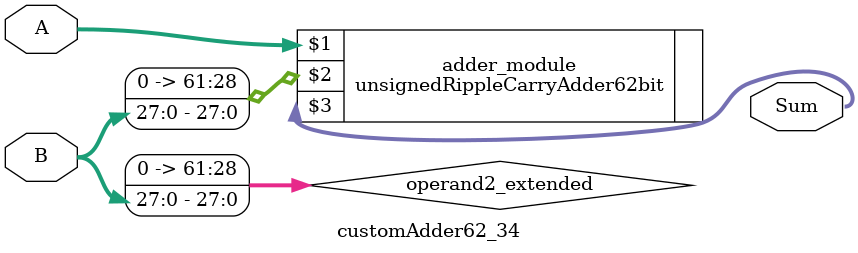
<source format=v>
module customAdder62_34(
                        input [61 : 0] A,
                        input [27 : 0] B,
                        
                        output [62 : 0] Sum
                );

        wire [61 : 0] operand2_extended;
        
        assign operand2_extended =  {34'b0, B};
        
        unsignedRippleCarryAdder62bit adder_module(
            A,
            operand2_extended,
            Sum
        );
        
        endmodule
        
</source>
